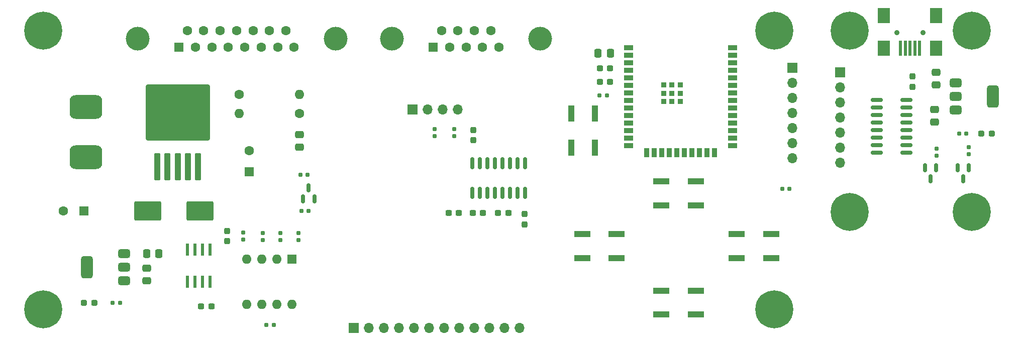
<source format=gbr>
%TF.GenerationSoftware,KiCad,Pcbnew,8.0.4*%
%TF.CreationDate,2024-07-28T20:36:00+02:00*%
%TF.ProjectId,BLDC_driver,424c4443-5f64-4726-9976-65722e6b6963,rev?*%
%TF.SameCoordinates,Original*%
%TF.FileFunction,Soldermask,Top*%
%TF.FilePolarity,Negative*%
%FSLAX46Y46*%
G04 Gerber Fmt 4.6, Leading zero omitted, Abs format (unit mm)*
G04 Created by KiCad (PCBNEW 8.0.4) date 2024-07-28 20:36:00*
%MOMM*%
%LPD*%
G01*
G04 APERTURE LIST*
G04 Aperture macros list*
%AMRoundRect*
0 Rectangle with rounded corners*
0 $1 Rounding radius*
0 $2 $3 $4 $5 $6 $7 $8 $9 X,Y pos of 4 corners*
0 Add a 4 corners polygon primitive as box body*
4,1,4,$2,$3,$4,$5,$6,$7,$8,$9,$2,$3,0*
0 Add four circle primitives for the rounded corners*
1,1,$1+$1,$2,$3*
1,1,$1+$1,$4,$5*
1,1,$1+$1,$6,$7*
1,1,$1+$1,$8,$9*
0 Add four rect primitives between the rounded corners*
20,1,$1+$1,$2,$3,$4,$5,0*
20,1,$1+$1,$4,$5,$6,$7,0*
20,1,$1+$1,$6,$7,$8,$9,0*
20,1,$1+$1,$8,$9,$2,$3,0*%
G04 Aperture macros list end*
%ADD10C,0.900000*%
%ADD11R,0.500000X2.500000*%
%ADD12R,2.000000X2.500000*%
%ADD13R,2.800000X1.000000*%
%ADD14R,1.000000X2.800000*%
%ADD15R,1.700000X1.700000*%
%ADD16O,1.700000X1.700000*%
%ADD17RoundRect,0.160000X0.160000X-0.197500X0.160000X0.197500X-0.160000X0.197500X-0.160000X-0.197500X0*%
%ADD18RoundRect,0.375000X-0.625000X-0.375000X0.625000X-0.375000X0.625000X0.375000X-0.625000X0.375000X0*%
%ADD19RoundRect,0.500000X-0.500000X-1.400000X0.500000X-1.400000X0.500000X1.400000X-0.500000X1.400000X0*%
%ADD20RoundRect,0.375000X0.625000X0.375000X-0.625000X0.375000X-0.625000X-0.375000X0.625000X-0.375000X0*%
%ADD21RoundRect,0.500000X0.500000X1.400000X-0.500000X1.400000X-0.500000X-1.400000X0.500000X-1.400000X0*%
%ADD22RoundRect,0.250000X-2.000000X1.400000X-2.000000X-1.400000X2.000000X-1.400000X2.000000X1.400000X0*%
%ADD23R,0.900000X0.900000*%
%ADD24R,1.500000X0.900000*%
%ADD25R,0.900000X1.500000*%
%ADD26RoundRect,0.150000X-0.825000X-0.150000X0.825000X-0.150000X0.825000X0.150000X-0.825000X0.150000X0*%
%ADD27RoundRect,0.150000X0.150000X-0.850000X0.150000X0.850000X-0.150000X0.850000X-0.150000X-0.850000X0*%
%ADD28R,0.600000X2.000000*%
%ADD29O,1.600000X1.600000*%
%ADD30R,1.600000X1.600000*%
%ADD31RoundRect,0.250000X0.300000X-2.050000X0.300000X2.050000X-0.300000X2.050000X-0.300000X-2.050000X0*%
%ADD32RoundRect,0.250002X5.149998X-4.449998X5.149998X4.449998X-5.149998X4.449998X-5.149998X-4.449998X0*%
%ADD33RoundRect,0.160000X0.197500X0.160000X-0.197500X0.160000X-0.197500X-0.160000X0.197500X-0.160000X0*%
%ADD34RoundRect,0.160000X-0.197500X-0.160000X0.197500X-0.160000X0.197500X0.160000X-0.197500X0.160000X0*%
%ADD35RoundRect,0.160000X-0.160000X0.197500X-0.160000X-0.197500X0.160000X-0.197500X0.160000X0.197500X0*%
%ADD36C,1.600000*%
%ADD37RoundRect,0.150000X-0.150000X0.587500X-0.150000X-0.587500X0.150000X-0.587500X0.150000X0.587500X0*%
%ADD38RoundRect,0.150000X0.150000X-0.587500X0.150000X0.587500X-0.150000X0.587500X-0.150000X-0.587500X0*%
%ADD39RoundRect,1.000000X-1.750000X1.000000X-1.750000X-1.000000X1.750000X-1.000000X1.750000X1.000000X0*%
%ADD40C,4.000000*%
%ADD41C,0.800000*%
%ADD42C,6.400000*%
%ADD43RoundRect,0.237500X-0.287500X-0.237500X0.287500X-0.237500X0.287500X0.237500X-0.287500X0.237500X0*%
%ADD44RoundRect,0.237500X0.287500X0.237500X-0.287500X0.237500X-0.287500X-0.237500X0.287500X-0.237500X0*%
%ADD45RoundRect,0.237500X0.237500X-0.300000X0.237500X0.300000X-0.237500X0.300000X-0.237500X-0.300000X0*%
%ADD46RoundRect,0.250000X0.475000X-0.337500X0.475000X0.337500X-0.475000X0.337500X-0.475000X-0.337500X0*%
%ADD47RoundRect,0.250000X-0.475000X0.337500X-0.475000X-0.337500X0.475000X-0.337500X0.475000X0.337500X0*%
%ADD48RoundRect,0.237500X-0.237500X0.300000X-0.237500X-0.300000X0.237500X-0.300000X0.237500X0.300000X0*%
%ADD49RoundRect,0.237500X0.300000X0.237500X-0.300000X0.237500X-0.300000X-0.237500X0.300000X-0.237500X0*%
%ADD50RoundRect,0.237500X-0.300000X-0.237500X0.300000X-0.237500X0.300000X0.237500X-0.300000X0.237500X0*%
%ADD51RoundRect,0.250000X-0.337500X-0.475000X0.337500X-0.475000X0.337500X0.475000X-0.337500X0.475000X0*%
%ADD52RoundRect,0.250000X0.337500X0.475000X-0.337500X0.475000X-0.337500X-0.475000X0.337500X-0.475000X0*%
G04 APERTURE END LIST*
D10*
%TO.C,J7*%
X199050000Y-55000000D03*
X194650000Y-55000000D03*
D11*
X198450000Y-57600000D03*
X197650000Y-57600000D03*
X196850000Y-57600000D03*
X196050000Y-57600000D03*
X195250000Y-57600000D03*
D12*
X201250000Y-57600000D03*
X201250000Y-52100000D03*
X192450000Y-57600000D03*
X192450000Y-52100000D03*
%TD*%
D13*
%TO.C,SW5*%
X141615000Y-88975000D03*
X147415000Y-88975000D03*
X141615000Y-92975000D03*
X147415000Y-92975000D03*
%TD*%
%TO.C,SW4*%
X167650000Y-88975000D03*
X173450000Y-88975000D03*
X167650000Y-92975000D03*
X173450000Y-92975000D03*
%TD*%
%TO.C,SW3*%
X154950000Y-98500000D03*
X160750000Y-98500000D03*
X154950000Y-102500000D03*
X160750000Y-102500000D03*
%TD*%
%TO.C,SW2*%
X154950000Y-80085000D03*
X160750000Y-80085000D03*
X154950000Y-84085000D03*
X160750000Y-84085000D03*
%TD*%
D14*
%TO.C,RESET*%
X139764000Y-74380000D03*
X139764000Y-68580000D03*
X143764000Y-74380000D03*
X143764000Y-68580000D03*
%TD*%
D15*
%TO.C,J4*%
X103090000Y-104750000D03*
D16*
X105630000Y-104750000D03*
X108170000Y-104750000D03*
X110710000Y-104750000D03*
X113250000Y-104750000D03*
X115790000Y-104750000D03*
X118330000Y-104750000D03*
X120870000Y-104750000D03*
X123410000Y-104750000D03*
X125950000Y-104750000D03*
X128490000Y-104750000D03*
X131030000Y-104750000D03*
%TD*%
D17*
%TO.C,R17*%
X120000000Y-72445000D03*
X120000000Y-71250000D03*
%TD*%
%TO.C,R16*%
X116750000Y-72445000D03*
X116750000Y-71250000D03*
%TD*%
D18*
%TO.C,U7*%
X204495000Y-63450000D03*
X204495000Y-65750000D03*
X204495000Y-68050000D03*
D19*
X210795000Y-65750000D03*
%TD*%
D20*
%TO.C,U3*%
X64400000Y-96800000D03*
X64400000Y-94500000D03*
X64400000Y-92200000D03*
D21*
X58100000Y-94500000D03*
%TD*%
D15*
%TO.C,J6*%
X185025000Y-61650000D03*
D16*
X185025000Y-64190000D03*
X185025000Y-66730000D03*
X185025000Y-69270000D03*
X185025000Y-71810000D03*
X185025000Y-74350000D03*
X185025000Y-76890000D03*
%TD*%
D22*
%TO.C,D2*%
X68350000Y-85000000D03*
X77150000Y-85000000D03*
%TD*%
D23*
%TO.C,U1*%
X158100000Y-66610000D03*
X158100000Y-65210000D03*
X158100000Y-63810000D03*
X156700000Y-66610000D03*
X156700000Y-66610000D03*
X156700000Y-65210000D03*
X156700000Y-63810000D03*
X155300000Y-66610000D03*
X155300000Y-66610000D03*
X155300000Y-65210000D03*
X155300000Y-63810000D03*
X155300000Y-63810000D03*
D24*
X166950000Y-57490000D03*
X166950000Y-58760000D03*
X166950000Y-60030000D03*
X166950000Y-61300000D03*
X166950000Y-62570000D03*
X166950000Y-63840000D03*
X166950000Y-65110000D03*
X166950000Y-66380000D03*
X166950000Y-67650000D03*
X166950000Y-68920000D03*
X166950000Y-70190000D03*
X166950000Y-71460000D03*
X166950000Y-72730000D03*
X166950000Y-74000000D03*
D25*
X163910000Y-75250000D03*
X162640000Y-75250000D03*
X161370000Y-75250000D03*
X160100000Y-75250000D03*
X158830000Y-75250000D03*
X157560000Y-75250000D03*
X156290000Y-75250000D03*
X155020000Y-75250000D03*
X153750000Y-75250000D03*
X152480000Y-75250000D03*
D24*
X149450000Y-74000000D03*
X149450000Y-72730000D03*
X149450000Y-71460000D03*
X149450000Y-70190000D03*
X149450000Y-68920000D03*
X149450000Y-67650000D03*
X149450000Y-66380000D03*
X149450000Y-65110000D03*
X149450000Y-63840000D03*
X149450000Y-62570000D03*
X149450000Y-61300000D03*
X149450000Y-60030000D03*
X149450000Y-58760000D03*
X149450000Y-57490000D03*
%TD*%
D16*
%TO.C,J3*%
X177000000Y-76115000D03*
X177000000Y-73575000D03*
X177000000Y-71035000D03*
X177000000Y-68495000D03*
X177000000Y-65955000D03*
X177000000Y-63415000D03*
D15*
X177000000Y-60875000D03*
%TD*%
D26*
%TO.C,U8*%
X196225000Y-66305000D03*
X196225000Y-67575000D03*
X196225000Y-68845000D03*
X196225000Y-70115000D03*
X196225000Y-71385000D03*
X196225000Y-72655000D03*
X196225000Y-73925000D03*
X196225000Y-75195000D03*
X191275000Y-75195000D03*
X191275000Y-73925000D03*
X191275000Y-72655000D03*
X191275000Y-71385000D03*
X191275000Y-70115000D03*
X191275000Y-68845000D03*
X191275000Y-67575000D03*
X191275000Y-66305000D03*
%TD*%
D27*
%TO.C,U6*%
X123055000Y-82000000D03*
X124325000Y-82000000D03*
X125595000Y-82000000D03*
X126865000Y-82000000D03*
X128135000Y-82000000D03*
X129405000Y-82000000D03*
X130675000Y-82000000D03*
X131945000Y-82000000D03*
X131945000Y-77000000D03*
X130675000Y-77000000D03*
X129405000Y-77000000D03*
X128135000Y-77000000D03*
X126865000Y-77000000D03*
X125595000Y-77000000D03*
X124325000Y-77000000D03*
X123055000Y-77000000D03*
%TD*%
D28*
%TO.C,U5*%
X75095000Y-91525000D03*
X76365000Y-91525000D03*
X77635000Y-91525000D03*
X78905000Y-91525000D03*
X78905000Y-96975000D03*
X77635000Y-96975000D03*
X76365000Y-96975000D03*
X75095000Y-96975000D03*
%TD*%
D29*
%TO.C,U4*%
X92700000Y-100820000D03*
X90160000Y-100820000D03*
X87620000Y-100820000D03*
X85080000Y-100820000D03*
X85080000Y-93200000D03*
X87620000Y-93200000D03*
X90160000Y-93200000D03*
D30*
X92700000Y-93200000D03*
%TD*%
D31*
%TO.C,U2*%
X76825000Y-77615000D03*
X75125000Y-77615000D03*
D32*
X73425000Y-68465000D03*
D31*
X73425000Y-77615000D03*
X71725000Y-77615000D03*
X70025000Y-77615000D03*
%TD*%
D17*
%TO.C,R15*%
X206737500Y-75485000D03*
X206737500Y-74290000D03*
%TD*%
%TO.C,R14*%
X201300000Y-75722500D03*
X201300000Y-74527500D03*
%TD*%
D33*
%TO.C,R13*%
X205152500Y-72000000D03*
X206347500Y-72000000D03*
%TD*%
%TO.C,R12*%
X95490000Y-85011500D03*
X94295000Y-85011500D03*
%TD*%
D34*
%TO.C,R11*%
X175335000Y-81280000D03*
X176530000Y-81280000D03*
%TD*%
%TO.C,R10*%
X94116000Y-78915500D03*
X95311000Y-78915500D03*
%TD*%
D35*
%TO.C,R9*%
X93750000Y-89988000D03*
X93750000Y-88793000D03*
%TD*%
%TO.C,R8*%
X84500000Y-89835500D03*
X84500000Y-88640500D03*
%TD*%
%TO.C,R7*%
X90750000Y-89988000D03*
X90750000Y-88793000D03*
%TD*%
D34*
%TO.C,R6*%
X89597500Y-104238000D03*
X88402500Y-104238000D03*
%TD*%
D17*
%TO.C,R5*%
X87750000Y-88738000D03*
X87750000Y-89933000D03*
%TD*%
D34*
%TO.C,R4*%
X62500000Y-100500000D03*
X63695000Y-100500000D03*
%TD*%
D36*
%TO.C,R3*%
X93980000Y-68580000D03*
D29*
X83820000Y-68580000D03*
%TD*%
D33*
%TO.C,R2*%
X144538100Y-65532000D03*
X145733100Y-65532000D03*
%TD*%
D36*
%TO.C,R1*%
X83820000Y-65405000D03*
D29*
X93980000Y-65405000D03*
%TD*%
D37*
%TO.C,Q3*%
X206750000Y-77750000D03*
X204850000Y-77750000D03*
X205800000Y-79625000D03*
%TD*%
%TO.C,Q2*%
X201250000Y-77750000D03*
X199350000Y-77750000D03*
X200300000Y-79625000D03*
%TD*%
D38*
%TO.C,Q1*%
X94554000Y-82979500D03*
X96454000Y-82979500D03*
X95504000Y-81104500D03*
%TD*%
D39*
%TO.C,L1*%
X58000000Y-76000000D03*
X58000000Y-67500000D03*
%TD*%
D40*
%TO.C,J5*%
X134535000Y-56030000D03*
X109535000Y-56030000D03*
D30*
X116495000Y-57450000D03*
D36*
X119265000Y-57450000D03*
X122035000Y-57450000D03*
X124805000Y-57450000D03*
X127575000Y-57450000D03*
X117880000Y-54610000D03*
X120650000Y-54610000D03*
X123420000Y-54610000D03*
X126190000Y-54610000D03*
%TD*%
D15*
%TO.C,J2*%
X113030000Y-67945000D03*
D16*
X115570000Y-67945000D03*
X118110000Y-67945000D03*
X120650000Y-67945000D03*
%TD*%
D41*
%TO.C,H4*%
X171590000Y-101600000D03*
X172292944Y-99902944D03*
X172292944Y-103297056D03*
X173990000Y-99200000D03*
D42*
X173990000Y-101600000D03*
D41*
X173990000Y-104000000D03*
X175687056Y-99902944D03*
X175687056Y-103297056D03*
X176390000Y-101600000D03*
%TD*%
%TO.C,H3*%
X171590000Y-54610000D03*
X172292944Y-52912944D03*
X172292944Y-56307056D03*
X173990000Y-52210000D03*
D42*
X173990000Y-54610000D03*
D41*
X173990000Y-57010000D03*
X175687056Y-52912944D03*
X175687056Y-56307056D03*
X176390000Y-54610000D03*
%TD*%
%TO.C,H8*%
X209617944Y-85250000D03*
X208915000Y-86947056D03*
X208915000Y-83552944D03*
X207217944Y-87650000D03*
D42*
X207217944Y-85250000D03*
D41*
X207217944Y-82850000D03*
X205520888Y-86947056D03*
X205520888Y-83552944D03*
X204817944Y-85250000D03*
%TD*%
%TO.C,H7*%
X204817944Y-54610000D03*
X205520888Y-52912944D03*
X205520888Y-56307056D03*
X207217944Y-52210000D03*
D42*
X207217944Y-54610000D03*
D41*
X207217944Y-57010000D03*
X208915000Y-52912944D03*
X208915000Y-56307056D03*
X209617944Y-54610000D03*
%TD*%
%TO.C,H2*%
X48400000Y-54610000D03*
X49102944Y-52912944D03*
X49102944Y-56307056D03*
X50800000Y-52210000D03*
D42*
X50800000Y-54610000D03*
D41*
X50800000Y-57010000D03*
X52497056Y-52912944D03*
X52497056Y-56307056D03*
X53200000Y-54610000D03*
%TD*%
%TO.C,H1*%
X53200000Y-101600000D03*
X52497056Y-103297056D03*
X52497056Y-99902944D03*
X50800000Y-104000000D03*
D42*
X50800000Y-101600000D03*
D41*
X50800000Y-99200000D03*
X49102944Y-103297056D03*
X49102944Y-99902944D03*
X48400000Y-101600000D03*
%TD*%
%TO.C,H6*%
X184290000Y-54610000D03*
X184992944Y-52912944D03*
X184992944Y-56307056D03*
X186690000Y-52210000D03*
D42*
X186690000Y-54610000D03*
D41*
X186690000Y-57010000D03*
X188387056Y-52912944D03*
X188387056Y-56307056D03*
X189090000Y-54610000D03*
%TD*%
%TO.C,H5*%
X189090000Y-85250000D03*
X188387056Y-86947056D03*
X188387056Y-83552944D03*
X186690000Y-87650000D03*
D42*
X186690000Y-85250000D03*
D41*
X186690000Y-82850000D03*
X184992944Y-86947056D03*
X184992944Y-83552944D03*
X184290000Y-85250000D03*
%TD*%
D43*
%TO.C,D3*%
X210625000Y-72000000D03*
X208875000Y-72000000D03*
%TD*%
D44*
%TO.C,D1*%
X59375000Y-100500000D03*
X57625000Y-100500000D03*
%TD*%
D45*
%TO.C,C19*%
X197250000Y-64112500D03*
X197250000Y-62387500D03*
%TD*%
D46*
%TO.C,C18*%
X201250000Y-63750000D03*
X201250000Y-61675000D03*
%TD*%
D47*
%TO.C,C17*%
X201000000Y-70037500D03*
X201000000Y-67962500D03*
%TD*%
D48*
%TO.C,C16*%
X131915000Y-85590000D03*
X131915000Y-87315000D03*
%TD*%
D49*
%TO.C,C15*%
X120787500Y-85378000D03*
X119062500Y-85378000D03*
%TD*%
D50*
%TO.C,C14*%
X123137500Y-85378000D03*
X124862500Y-85378000D03*
%TD*%
%TO.C,C13*%
X127422000Y-85378000D03*
X129147000Y-85378000D03*
%TD*%
D45*
%TO.C,C12*%
X123250000Y-73112500D03*
X123250000Y-71387500D03*
%TD*%
D36*
%TO.C,C11*%
X54152651Y-85000000D03*
D30*
X57652651Y-85000000D03*
%TD*%
D49*
%TO.C,C10*%
X144579000Y-63246000D03*
X146304000Y-63246000D03*
%TD*%
D36*
%TO.C,C9*%
X85500000Y-74902651D03*
D30*
X85500000Y-78402651D03*
%TD*%
D50*
%TO.C,C8*%
X77387500Y-101112500D03*
X79112500Y-101112500D03*
%TD*%
D47*
%TO.C,C6*%
X93980000Y-72212500D03*
X93980000Y-74287500D03*
%TD*%
%TO.C,C5*%
X68250000Y-94712500D03*
X68250000Y-96787500D03*
%TD*%
D51*
%TO.C,C4*%
X68212500Y-92250000D03*
X70287500Y-92250000D03*
%TD*%
D48*
%TO.C,C3*%
X81750000Y-88387500D03*
X81750000Y-90112500D03*
%TD*%
D49*
%TO.C,C2*%
X144579000Y-60960000D03*
X146304000Y-60960000D03*
%TD*%
D52*
%TO.C,C1*%
X144272000Y-58420000D03*
X146347000Y-58420000D03*
%TD*%
D40*
%TO.C,J1*%
X100010000Y-56030000D03*
X66710000Y-56030000D03*
D30*
X73665000Y-57450000D03*
D36*
X76435000Y-57450000D03*
X79205000Y-57450000D03*
X81975000Y-57450000D03*
X84745000Y-57450000D03*
X87515000Y-57450000D03*
X90285000Y-57450000D03*
X93055000Y-57450000D03*
X75050000Y-54610000D03*
X77820000Y-54610000D03*
X80590000Y-54610000D03*
X83360000Y-54610000D03*
X86130000Y-54610000D03*
X88900000Y-54610000D03*
X91670000Y-54610000D03*
%TD*%
M02*

</source>
